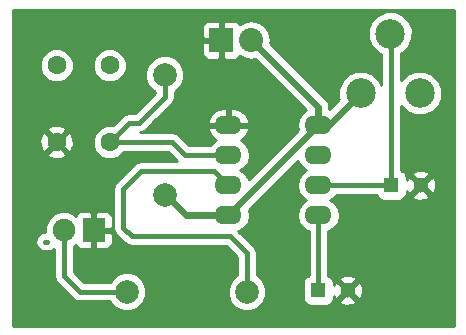
<source format=gbr>
G04 #@! TF.FileFunction,Copper,L2,Bot,Signal*
%FSLAX46Y46*%
G04 Gerber Fmt 4.6, Leading zero omitted, Abs format (unit mm)*
G04 Created by KiCad (PCBNEW 4.0.5+dfsg1-4) date Tue Aug  7 02:14:06 2018*
%MOMM*%
%LPD*%
G01*
G04 APERTURE LIST*
%ADD10C,0.100000*%
%ADD11R,1.300000X1.300000*%
%ADD12C,1.300000*%
%ADD13R,1.900000X2.000000*%
%ADD14C,1.900000*%
%ADD15R,2.032000X2.032000*%
%ADD16O,2.032000X2.032000*%
%ADD17C,1.998980*%
%ADD18C,2.499360*%
%ADD19C,1.600000*%
%ADD20O,2.300000X1.600000*%
%ADD21C,0.400000*%
%ADD22C,0.250000*%
%ADD23C,0.600000*%
%ADD24C,0.254000*%
G04 APERTURE END LIST*
D10*
D11*
X151400000Y-104600000D03*
D12*
X153900000Y-104600000D03*
D11*
X157600000Y-95700000D03*
D12*
X160100000Y-95700000D03*
D13*
X132400000Y-99500000D03*
D14*
X129860000Y-99500000D03*
D15*
X143200000Y-83400000D03*
D16*
X145740000Y-83400000D03*
D17*
X138400000Y-96500000D03*
X138400000Y-86340000D03*
X135200000Y-104700000D03*
X145360000Y-104700000D03*
D18*
X157499360Y-82860640D03*
X159998720Y-87900000D03*
X155000000Y-87900000D03*
D19*
X129250000Y-92050000D03*
X133750000Y-92050000D03*
X129250000Y-85550000D03*
X133750000Y-85550000D03*
D20*
X143800000Y-90600000D03*
X143800000Y-93140000D03*
X143800000Y-95680000D03*
X143800000Y-98220000D03*
X151420000Y-98220000D03*
X151420000Y-95680000D03*
X151420000Y-93140000D03*
X151420000Y-90600000D03*
D21*
X128300000Y-100460000D02*
X128440000Y-100460000D01*
X151420000Y-98220000D02*
X151420000Y-104580000D01*
X151420000Y-104580000D02*
X151400000Y-104600000D01*
D22*
X151420000Y-104580000D02*
X151400000Y-104600000D01*
D21*
X157600000Y-95700000D02*
X157600000Y-82961280D01*
X157600000Y-82961280D02*
X157499360Y-82860640D01*
X157600000Y-95700000D02*
X151440000Y-95700000D01*
X151440000Y-95700000D02*
X151420000Y-95680000D01*
D22*
X157499360Y-82860640D02*
X157499360Y-95599360D01*
X157499360Y-95599360D02*
X157600000Y-95700000D01*
X151440000Y-95700000D02*
X151420000Y-95680000D01*
D21*
X129860000Y-99500000D02*
X129860000Y-103360000D01*
X131200000Y-104700000D02*
X135200000Y-104700000D01*
X129860000Y-103360000D02*
X131200000Y-104700000D01*
D23*
X138400000Y-96500000D02*
X138500000Y-96500000D01*
X138500000Y-96500000D02*
X140220000Y-98220000D01*
X140220000Y-98220000D02*
X143800000Y-98220000D01*
X143800000Y-98220000D02*
X151420000Y-90600000D01*
X151420000Y-90600000D02*
X152300000Y-90600000D01*
X152300000Y-90600000D02*
X155000000Y-87900000D01*
X151420000Y-90600000D02*
X151420000Y-89080000D01*
X151420000Y-89080000D02*
X145740000Y-83400000D01*
D22*
X155000000Y-87900000D02*
X154120000Y-87900000D01*
D21*
X138400000Y-86340000D02*
X138400000Y-88200000D01*
X135400000Y-90400000D02*
X133750000Y-92050000D01*
X136200000Y-90400000D02*
X135400000Y-90400000D01*
X138400000Y-88200000D02*
X136200000Y-90400000D01*
X133750000Y-92050000D02*
X139050000Y-92050000D01*
X140140000Y-93140000D02*
X143800000Y-93140000D01*
X139050000Y-92050000D02*
X140140000Y-93140000D01*
X143800000Y-93140000D02*
X143500000Y-93140000D01*
X145360000Y-104700000D02*
X145360000Y-101460000D01*
X142620000Y-94500000D02*
X143800000Y-95680000D01*
X136400000Y-94500000D02*
X142620000Y-94500000D01*
X134900000Y-96000000D02*
X136400000Y-94500000D01*
X134900000Y-99300000D02*
X134900000Y-96000000D01*
X135600000Y-100000000D02*
X134900000Y-99300000D01*
X143900000Y-100000000D02*
X135600000Y-100000000D01*
X145360000Y-101460000D02*
X143900000Y-100000000D01*
D24*
G36*
X162873000Y-107573000D02*
X125527000Y-107573000D01*
X125527000Y-100460000D01*
X127465000Y-100460000D01*
X127528561Y-100779541D01*
X127709566Y-101050434D01*
X127980459Y-101231439D01*
X128300000Y-101295000D01*
X128440000Y-101295000D01*
X128759541Y-101231439D01*
X129025000Y-101054065D01*
X129025000Y-103360000D01*
X129088561Y-103679541D01*
X129182413Y-103820000D01*
X129269566Y-103950434D01*
X130609566Y-105290434D01*
X130880459Y-105471439D01*
X131200000Y-105535000D01*
X133776493Y-105535000D01*
X133813538Y-105624655D01*
X134272927Y-106084846D01*
X134873453Y-106334206D01*
X135523694Y-106334774D01*
X136124655Y-106086462D01*
X136584846Y-105627073D01*
X136834206Y-105026547D01*
X136834774Y-104376306D01*
X136586462Y-103775345D01*
X136127073Y-103315154D01*
X135526547Y-103065794D01*
X134876306Y-103065226D01*
X134275345Y-103313538D01*
X133815154Y-103772927D01*
X133776922Y-103865000D01*
X131545868Y-103865000D01*
X130695000Y-103014132D01*
X130695000Y-100869957D01*
X130756657Y-100844481D01*
X130861867Y-100739455D01*
X130911673Y-100859698D01*
X131090301Y-101038327D01*
X131323690Y-101135000D01*
X132114250Y-101135000D01*
X132273000Y-100976250D01*
X132273000Y-99627000D01*
X132527000Y-99627000D01*
X132527000Y-100976250D01*
X132685750Y-101135000D01*
X133476310Y-101135000D01*
X133709699Y-101038327D01*
X133888327Y-100859698D01*
X133985000Y-100626309D01*
X133985000Y-99785750D01*
X133826250Y-99627000D01*
X132527000Y-99627000D01*
X132273000Y-99627000D01*
X132253000Y-99627000D01*
X132253000Y-99373000D01*
X132273000Y-99373000D01*
X132273000Y-98023750D01*
X132527000Y-98023750D01*
X132527000Y-99373000D01*
X133826250Y-99373000D01*
X133985000Y-99214250D01*
X133985000Y-98373691D01*
X133888327Y-98140302D01*
X133709699Y-97961673D01*
X133476310Y-97865000D01*
X132685750Y-97865000D01*
X132527000Y-98023750D01*
X132273000Y-98023750D01*
X132114250Y-97865000D01*
X131323690Y-97865000D01*
X131090301Y-97961673D01*
X130911673Y-98140302D01*
X130861988Y-98260251D01*
X130759003Y-98157086D01*
X130176659Y-97915276D01*
X129546107Y-97914725D01*
X128963343Y-98155519D01*
X128517086Y-98600997D01*
X128275276Y-99183341D01*
X128274886Y-99629996D01*
X127980459Y-99688561D01*
X127709566Y-99869566D01*
X127528561Y-100140459D01*
X127465000Y-100460000D01*
X125527000Y-100460000D01*
X125527000Y-93057745D01*
X128421861Y-93057745D01*
X128495995Y-93303864D01*
X129033223Y-93496965D01*
X129603454Y-93469778D01*
X130004005Y-93303864D01*
X130078139Y-93057745D01*
X129250000Y-92229605D01*
X128421861Y-93057745D01*
X125527000Y-93057745D01*
X125527000Y-91833223D01*
X127803035Y-91833223D01*
X127830222Y-92403454D01*
X127996136Y-92804005D01*
X128242255Y-92878139D01*
X129070395Y-92050000D01*
X129429605Y-92050000D01*
X130257745Y-92878139D01*
X130503864Y-92804005D01*
X130672735Y-92334187D01*
X132314752Y-92334187D01*
X132532757Y-92861800D01*
X132936077Y-93265824D01*
X133463309Y-93484750D01*
X134034187Y-93485248D01*
X134561800Y-93267243D01*
X134944710Y-92885000D01*
X138704132Y-92885000D01*
X139484132Y-93665000D01*
X136400000Y-93665000D01*
X136080459Y-93728561D01*
X135809566Y-93909566D01*
X134309566Y-95409566D01*
X134128561Y-95680459D01*
X134065000Y-96000000D01*
X134065000Y-99300000D01*
X134128561Y-99619541D01*
X134258423Y-99813893D01*
X134309566Y-99890434D01*
X135009565Y-100590434D01*
X135145013Y-100680937D01*
X135280459Y-100771439D01*
X135600000Y-100835000D01*
X143554132Y-100835000D01*
X144525000Y-101805868D01*
X144525000Y-103276493D01*
X144435345Y-103313538D01*
X143975154Y-103772927D01*
X143725794Y-104373453D01*
X143725226Y-105023694D01*
X143973538Y-105624655D01*
X144432927Y-106084846D01*
X145033453Y-106334206D01*
X145683694Y-106334774D01*
X146284655Y-106086462D01*
X146744846Y-105627073D01*
X146994206Y-105026547D01*
X146994774Y-104376306D01*
X146746462Y-103775345D01*
X146287073Y-103315154D01*
X146195000Y-103276922D01*
X146195000Y-101460000D01*
X146131439Y-101140459D01*
X145950434Y-100869566D01*
X144644468Y-99563600D01*
X144734121Y-99545767D01*
X145199668Y-99234698D01*
X145510737Y-98769151D01*
X145619970Y-98220000D01*
X145537400Y-97804890D01*
X149699951Y-93642339D01*
X149709263Y-93689151D01*
X150020332Y-94154698D01*
X150402418Y-94410000D01*
X150020332Y-94665302D01*
X149709263Y-95130849D01*
X149600030Y-95680000D01*
X149709263Y-96229151D01*
X150020332Y-96694698D01*
X150402418Y-96950000D01*
X150020332Y-97205302D01*
X149709263Y-97670849D01*
X149600030Y-98220000D01*
X149709263Y-98769151D01*
X150020332Y-99234698D01*
X150485879Y-99545767D01*
X150585000Y-99565483D01*
X150585000Y-103333607D01*
X150514683Y-103346838D01*
X150298559Y-103485910D01*
X150153569Y-103698110D01*
X150102560Y-103950000D01*
X150102560Y-105250000D01*
X150146838Y-105485317D01*
X150285910Y-105701441D01*
X150498110Y-105846431D01*
X150750000Y-105897440D01*
X152050000Y-105897440D01*
X152285317Y-105853162D01*
X152501441Y-105714090D01*
X152646431Y-105501890D01*
X152647012Y-105499016D01*
X153180590Y-105499016D01*
X153236271Y-105729611D01*
X153719078Y-105897622D01*
X154229428Y-105868083D01*
X154563729Y-105729611D01*
X154619410Y-105499016D01*
X153900000Y-104779605D01*
X153180590Y-105499016D01*
X152647012Y-105499016D01*
X152697440Y-105250000D01*
X152697440Y-105087615D01*
X152770389Y-105263729D01*
X153000984Y-105319410D01*
X153720395Y-104600000D01*
X154079605Y-104600000D01*
X154799016Y-105319410D01*
X155029611Y-105263729D01*
X155197622Y-104780922D01*
X155168083Y-104270572D01*
X155029611Y-103936271D01*
X154799016Y-103880590D01*
X154079605Y-104600000D01*
X153720395Y-104600000D01*
X153000984Y-103880590D01*
X152770389Y-103936271D01*
X152697440Y-104145902D01*
X152697440Y-103950000D01*
X152653162Y-103714683D01*
X152644347Y-103700984D01*
X153180590Y-103700984D01*
X153900000Y-104420395D01*
X154619410Y-103700984D01*
X154563729Y-103470389D01*
X154080922Y-103302378D01*
X153570572Y-103331917D01*
X153236271Y-103470389D01*
X153180590Y-103700984D01*
X152644347Y-103700984D01*
X152514090Y-103498559D01*
X152301890Y-103353569D01*
X152255000Y-103344074D01*
X152255000Y-99565483D01*
X152354121Y-99545767D01*
X152819668Y-99234698D01*
X153130737Y-98769151D01*
X153239970Y-98220000D01*
X153130737Y-97670849D01*
X152819668Y-97205302D01*
X152437582Y-96950000D01*
X152819668Y-96694698D01*
X152926375Y-96535000D01*
X156337370Y-96535000D01*
X156346838Y-96585317D01*
X156485910Y-96801441D01*
X156698110Y-96946431D01*
X156950000Y-96997440D01*
X158250000Y-96997440D01*
X158485317Y-96953162D01*
X158701441Y-96814090D01*
X158846431Y-96601890D01*
X158847012Y-96599016D01*
X159380590Y-96599016D01*
X159436271Y-96829611D01*
X159919078Y-96997622D01*
X160429428Y-96968083D01*
X160763729Y-96829611D01*
X160819410Y-96599016D01*
X160100000Y-95879605D01*
X159380590Y-96599016D01*
X158847012Y-96599016D01*
X158897440Y-96350000D01*
X158897440Y-96187615D01*
X158970389Y-96363729D01*
X159200984Y-96419410D01*
X159920395Y-95700000D01*
X160279605Y-95700000D01*
X160999016Y-96419410D01*
X161229611Y-96363729D01*
X161397622Y-95880922D01*
X161368083Y-95370572D01*
X161229611Y-95036271D01*
X160999016Y-94980590D01*
X160279605Y-95700000D01*
X159920395Y-95700000D01*
X159200984Y-94980590D01*
X158970389Y-95036271D01*
X158897440Y-95245902D01*
X158897440Y-95050000D01*
X158853162Y-94814683D01*
X158844347Y-94800984D01*
X159380590Y-94800984D01*
X160100000Y-95520395D01*
X160819410Y-94800984D01*
X160763729Y-94570389D01*
X160280922Y-94402378D01*
X159770572Y-94431917D01*
X159436271Y-94570389D01*
X159380590Y-94800984D01*
X158844347Y-94800984D01*
X158714090Y-94598559D01*
X158501890Y-94453569D01*
X158435000Y-94440023D01*
X158435000Y-89001218D01*
X158929741Y-89496822D01*
X159622189Y-89784352D01*
X160371961Y-89785006D01*
X161064911Y-89498686D01*
X161595542Y-88968979D01*
X161883072Y-88276531D01*
X161883726Y-87526759D01*
X161597406Y-86833809D01*
X161067699Y-86303178D01*
X160375251Y-86015648D01*
X159625479Y-86014994D01*
X158932529Y-86301314D01*
X158435000Y-86797977D01*
X158435000Y-84513268D01*
X158565551Y-84459326D01*
X159096182Y-83929619D01*
X159383712Y-83237171D01*
X159384366Y-82487399D01*
X159098046Y-81794449D01*
X158568339Y-81263818D01*
X157875891Y-80976288D01*
X157126119Y-80975634D01*
X156433169Y-81261954D01*
X155902538Y-81791661D01*
X155615008Y-82484109D01*
X155614354Y-83233881D01*
X155900674Y-83926831D01*
X156430381Y-84457462D01*
X156739360Y-84585761D01*
X156739360Y-87174267D01*
X156598686Y-86833809D01*
X156068979Y-86303178D01*
X155376531Y-86015648D01*
X154626759Y-86014994D01*
X153933809Y-86301314D01*
X153403178Y-86831021D01*
X153115648Y-87523469D01*
X153114994Y-88273241D01*
X153170393Y-88407317D01*
X152355000Y-89222710D01*
X152355000Y-89080000D01*
X152283827Y-88722191D01*
X152081145Y-88418855D01*
X147341830Y-83679540D01*
X147391000Y-83432345D01*
X147391000Y-83367655D01*
X147265325Y-82735845D01*
X146907433Y-82200222D01*
X146371810Y-81842330D01*
X145740000Y-81716655D01*
X145108190Y-81842330D01*
X144771999Y-82066966D01*
X144754327Y-82024302D01*
X144575699Y-81845673D01*
X144342310Y-81749000D01*
X143485750Y-81749000D01*
X143327000Y-81907750D01*
X143327000Y-83273000D01*
X143347000Y-83273000D01*
X143347000Y-83527000D01*
X143327000Y-83527000D01*
X143327000Y-84892250D01*
X143485750Y-85051000D01*
X144342310Y-85051000D01*
X144575699Y-84954327D01*
X144754327Y-84775698D01*
X144771999Y-84733034D01*
X145108190Y-84957670D01*
X145740000Y-85083345D01*
X146041152Y-85023442D01*
X150369623Y-89351913D01*
X150020332Y-89585302D01*
X149709263Y-90050849D01*
X149600030Y-90600000D01*
X149682600Y-91015110D01*
X145520049Y-95177661D01*
X145510737Y-95130849D01*
X145199668Y-94665302D01*
X144817582Y-94410000D01*
X145199668Y-94154698D01*
X145510737Y-93689151D01*
X145619970Y-93140000D01*
X145510737Y-92590849D01*
X145199668Y-92125302D01*
X144821849Y-91872851D01*
X145254500Y-91524896D01*
X145524367Y-91031819D01*
X145541904Y-90949039D01*
X145419915Y-90727000D01*
X143927000Y-90727000D01*
X143927000Y-90747000D01*
X143673000Y-90747000D01*
X143673000Y-90727000D01*
X142180085Y-90727000D01*
X142058096Y-90949039D01*
X142075633Y-91031819D01*
X142345500Y-91524896D01*
X142778151Y-91872851D01*
X142400332Y-92125302D01*
X142280261Y-92305000D01*
X140485868Y-92305000D01*
X139640434Y-91459566D01*
X139369541Y-91278561D01*
X139050000Y-91215000D01*
X136300546Y-91215000D01*
X136519541Y-91171439D01*
X136790434Y-90990434D01*
X137529907Y-90250961D01*
X142058096Y-90250961D01*
X142180085Y-90473000D01*
X143673000Y-90473000D01*
X143673000Y-89165000D01*
X143927000Y-89165000D01*
X143927000Y-90473000D01*
X145419915Y-90473000D01*
X145541904Y-90250961D01*
X145524367Y-90168181D01*
X145254500Y-89675104D01*
X144816483Y-89322834D01*
X144277000Y-89165000D01*
X143927000Y-89165000D01*
X143673000Y-89165000D01*
X143323000Y-89165000D01*
X142783517Y-89322834D01*
X142345500Y-89675104D01*
X142075633Y-90168181D01*
X142058096Y-90250961D01*
X137529907Y-90250961D01*
X138990434Y-88790434D01*
X139171439Y-88519541D01*
X139235000Y-88200000D01*
X139235000Y-87763507D01*
X139324655Y-87726462D01*
X139784846Y-87267073D01*
X140034206Y-86666547D01*
X140034774Y-86016306D01*
X139786462Y-85415345D01*
X139327073Y-84955154D01*
X138726547Y-84705794D01*
X138076306Y-84705226D01*
X137475345Y-84953538D01*
X137015154Y-85412927D01*
X136765794Y-86013453D01*
X136765226Y-86663694D01*
X137013538Y-87264655D01*
X137472927Y-87724846D01*
X137565000Y-87763078D01*
X137565000Y-87854132D01*
X135854132Y-89565000D01*
X135400000Y-89565000D01*
X135080459Y-89628561D01*
X134846323Y-89785006D01*
X134809566Y-89809566D01*
X134003911Y-90615221D01*
X133465813Y-90614752D01*
X132938200Y-90832757D01*
X132534176Y-91236077D01*
X132315250Y-91763309D01*
X132314752Y-92334187D01*
X130672735Y-92334187D01*
X130696965Y-92266777D01*
X130669778Y-91696546D01*
X130503864Y-91295995D01*
X130257745Y-91221861D01*
X129429605Y-92050000D01*
X129070395Y-92050000D01*
X128242255Y-91221861D01*
X127996136Y-91295995D01*
X127803035Y-91833223D01*
X125527000Y-91833223D01*
X125527000Y-91042255D01*
X128421861Y-91042255D01*
X129250000Y-91870395D01*
X130078139Y-91042255D01*
X130004005Y-90796136D01*
X129466777Y-90603035D01*
X128896546Y-90630222D01*
X128495995Y-90796136D01*
X128421861Y-91042255D01*
X125527000Y-91042255D01*
X125527000Y-85834187D01*
X127814752Y-85834187D01*
X128032757Y-86361800D01*
X128436077Y-86765824D01*
X128963309Y-86984750D01*
X129534187Y-86985248D01*
X130061800Y-86767243D01*
X130465824Y-86363923D01*
X130684750Y-85836691D01*
X130684752Y-85834187D01*
X132314752Y-85834187D01*
X132532757Y-86361800D01*
X132936077Y-86765824D01*
X133463309Y-86984750D01*
X134034187Y-86985248D01*
X134561800Y-86767243D01*
X134965824Y-86363923D01*
X135184750Y-85836691D01*
X135185248Y-85265813D01*
X134967243Y-84738200D01*
X134563923Y-84334176D01*
X134036691Y-84115250D01*
X133465813Y-84114752D01*
X132938200Y-84332757D01*
X132534176Y-84736077D01*
X132315250Y-85263309D01*
X132314752Y-85834187D01*
X130684752Y-85834187D01*
X130685248Y-85265813D01*
X130467243Y-84738200D01*
X130063923Y-84334176D01*
X129536691Y-84115250D01*
X128965813Y-84114752D01*
X128438200Y-84332757D01*
X128034176Y-84736077D01*
X127815250Y-85263309D01*
X127814752Y-85834187D01*
X125527000Y-85834187D01*
X125527000Y-83685750D01*
X141549000Y-83685750D01*
X141549000Y-84542309D01*
X141645673Y-84775698D01*
X141824301Y-84954327D01*
X142057690Y-85051000D01*
X142914250Y-85051000D01*
X143073000Y-84892250D01*
X143073000Y-83527000D01*
X141707750Y-83527000D01*
X141549000Y-83685750D01*
X125527000Y-83685750D01*
X125527000Y-82257691D01*
X141549000Y-82257691D01*
X141549000Y-83114250D01*
X141707750Y-83273000D01*
X143073000Y-83273000D01*
X143073000Y-81907750D01*
X142914250Y-81749000D01*
X142057690Y-81749000D01*
X141824301Y-81845673D01*
X141645673Y-82024302D01*
X141549000Y-82257691D01*
X125527000Y-82257691D01*
X125527000Y-80827000D01*
X162873000Y-80827000D01*
X162873000Y-107573000D01*
X162873000Y-107573000D01*
G37*
X162873000Y-107573000D02*
X125527000Y-107573000D01*
X125527000Y-100460000D01*
X127465000Y-100460000D01*
X127528561Y-100779541D01*
X127709566Y-101050434D01*
X127980459Y-101231439D01*
X128300000Y-101295000D01*
X128440000Y-101295000D01*
X128759541Y-101231439D01*
X129025000Y-101054065D01*
X129025000Y-103360000D01*
X129088561Y-103679541D01*
X129182413Y-103820000D01*
X129269566Y-103950434D01*
X130609566Y-105290434D01*
X130880459Y-105471439D01*
X131200000Y-105535000D01*
X133776493Y-105535000D01*
X133813538Y-105624655D01*
X134272927Y-106084846D01*
X134873453Y-106334206D01*
X135523694Y-106334774D01*
X136124655Y-106086462D01*
X136584846Y-105627073D01*
X136834206Y-105026547D01*
X136834774Y-104376306D01*
X136586462Y-103775345D01*
X136127073Y-103315154D01*
X135526547Y-103065794D01*
X134876306Y-103065226D01*
X134275345Y-103313538D01*
X133815154Y-103772927D01*
X133776922Y-103865000D01*
X131545868Y-103865000D01*
X130695000Y-103014132D01*
X130695000Y-100869957D01*
X130756657Y-100844481D01*
X130861867Y-100739455D01*
X130911673Y-100859698D01*
X131090301Y-101038327D01*
X131323690Y-101135000D01*
X132114250Y-101135000D01*
X132273000Y-100976250D01*
X132273000Y-99627000D01*
X132527000Y-99627000D01*
X132527000Y-100976250D01*
X132685750Y-101135000D01*
X133476310Y-101135000D01*
X133709699Y-101038327D01*
X133888327Y-100859698D01*
X133985000Y-100626309D01*
X133985000Y-99785750D01*
X133826250Y-99627000D01*
X132527000Y-99627000D01*
X132273000Y-99627000D01*
X132253000Y-99627000D01*
X132253000Y-99373000D01*
X132273000Y-99373000D01*
X132273000Y-98023750D01*
X132527000Y-98023750D01*
X132527000Y-99373000D01*
X133826250Y-99373000D01*
X133985000Y-99214250D01*
X133985000Y-98373691D01*
X133888327Y-98140302D01*
X133709699Y-97961673D01*
X133476310Y-97865000D01*
X132685750Y-97865000D01*
X132527000Y-98023750D01*
X132273000Y-98023750D01*
X132114250Y-97865000D01*
X131323690Y-97865000D01*
X131090301Y-97961673D01*
X130911673Y-98140302D01*
X130861988Y-98260251D01*
X130759003Y-98157086D01*
X130176659Y-97915276D01*
X129546107Y-97914725D01*
X128963343Y-98155519D01*
X128517086Y-98600997D01*
X128275276Y-99183341D01*
X128274886Y-99629996D01*
X127980459Y-99688561D01*
X127709566Y-99869566D01*
X127528561Y-100140459D01*
X127465000Y-100460000D01*
X125527000Y-100460000D01*
X125527000Y-93057745D01*
X128421861Y-93057745D01*
X128495995Y-93303864D01*
X129033223Y-93496965D01*
X129603454Y-93469778D01*
X130004005Y-93303864D01*
X130078139Y-93057745D01*
X129250000Y-92229605D01*
X128421861Y-93057745D01*
X125527000Y-93057745D01*
X125527000Y-91833223D01*
X127803035Y-91833223D01*
X127830222Y-92403454D01*
X127996136Y-92804005D01*
X128242255Y-92878139D01*
X129070395Y-92050000D01*
X129429605Y-92050000D01*
X130257745Y-92878139D01*
X130503864Y-92804005D01*
X130672735Y-92334187D01*
X132314752Y-92334187D01*
X132532757Y-92861800D01*
X132936077Y-93265824D01*
X133463309Y-93484750D01*
X134034187Y-93485248D01*
X134561800Y-93267243D01*
X134944710Y-92885000D01*
X138704132Y-92885000D01*
X139484132Y-93665000D01*
X136400000Y-93665000D01*
X136080459Y-93728561D01*
X135809566Y-93909566D01*
X134309566Y-95409566D01*
X134128561Y-95680459D01*
X134065000Y-96000000D01*
X134065000Y-99300000D01*
X134128561Y-99619541D01*
X134258423Y-99813893D01*
X134309566Y-99890434D01*
X135009565Y-100590434D01*
X135145013Y-100680937D01*
X135280459Y-100771439D01*
X135600000Y-100835000D01*
X143554132Y-100835000D01*
X144525000Y-101805868D01*
X144525000Y-103276493D01*
X144435345Y-103313538D01*
X143975154Y-103772927D01*
X143725794Y-104373453D01*
X143725226Y-105023694D01*
X143973538Y-105624655D01*
X144432927Y-106084846D01*
X145033453Y-106334206D01*
X145683694Y-106334774D01*
X146284655Y-106086462D01*
X146744846Y-105627073D01*
X146994206Y-105026547D01*
X146994774Y-104376306D01*
X146746462Y-103775345D01*
X146287073Y-103315154D01*
X146195000Y-103276922D01*
X146195000Y-101460000D01*
X146131439Y-101140459D01*
X145950434Y-100869566D01*
X144644468Y-99563600D01*
X144734121Y-99545767D01*
X145199668Y-99234698D01*
X145510737Y-98769151D01*
X145619970Y-98220000D01*
X145537400Y-97804890D01*
X149699951Y-93642339D01*
X149709263Y-93689151D01*
X150020332Y-94154698D01*
X150402418Y-94410000D01*
X150020332Y-94665302D01*
X149709263Y-95130849D01*
X149600030Y-95680000D01*
X149709263Y-96229151D01*
X150020332Y-96694698D01*
X150402418Y-96950000D01*
X150020332Y-97205302D01*
X149709263Y-97670849D01*
X149600030Y-98220000D01*
X149709263Y-98769151D01*
X150020332Y-99234698D01*
X150485879Y-99545767D01*
X150585000Y-99565483D01*
X150585000Y-103333607D01*
X150514683Y-103346838D01*
X150298559Y-103485910D01*
X150153569Y-103698110D01*
X150102560Y-103950000D01*
X150102560Y-105250000D01*
X150146838Y-105485317D01*
X150285910Y-105701441D01*
X150498110Y-105846431D01*
X150750000Y-105897440D01*
X152050000Y-105897440D01*
X152285317Y-105853162D01*
X152501441Y-105714090D01*
X152646431Y-105501890D01*
X152647012Y-105499016D01*
X153180590Y-105499016D01*
X153236271Y-105729611D01*
X153719078Y-105897622D01*
X154229428Y-105868083D01*
X154563729Y-105729611D01*
X154619410Y-105499016D01*
X153900000Y-104779605D01*
X153180590Y-105499016D01*
X152647012Y-105499016D01*
X152697440Y-105250000D01*
X152697440Y-105087615D01*
X152770389Y-105263729D01*
X153000984Y-105319410D01*
X153720395Y-104600000D01*
X154079605Y-104600000D01*
X154799016Y-105319410D01*
X155029611Y-105263729D01*
X155197622Y-104780922D01*
X155168083Y-104270572D01*
X155029611Y-103936271D01*
X154799016Y-103880590D01*
X154079605Y-104600000D01*
X153720395Y-104600000D01*
X153000984Y-103880590D01*
X152770389Y-103936271D01*
X152697440Y-104145902D01*
X152697440Y-103950000D01*
X152653162Y-103714683D01*
X152644347Y-103700984D01*
X153180590Y-103700984D01*
X153900000Y-104420395D01*
X154619410Y-103700984D01*
X154563729Y-103470389D01*
X154080922Y-103302378D01*
X153570572Y-103331917D01*
X153236271Y-103470389D01*
X153180590Y-103700984D01*
X152644347Y-103700984D01*
X152514090Y-103498559D01*
X152301890Y-103353569D01*
X152255000Y-103344074D01*
X152255000Y-99565483D01*
X152354121Y-99545767D01*
X152819668Y-99234698D01*
X153130737Y-98769151D01*
X153239970Y-98220000D01*
X153130737Y-97670849D01*
X152819668Y-97205302D01*
X152437582Y-96950000D01*
X152819668Y-96694698D01*
X152926375Y-96535000D01*
X156337370Y-96535000D01*
X156346838Y-96585317D01*
X156485910Y-96801441D01*
X156698110Y-96946431D01*
X156950000Y-96997440D01*
X158250000Y-96997440D01*
X158485317Y-96953162D01*
X158701441Y-96814090D01*
X158846431Y-96601890D01*
X158847012Y-96599016D01*
X159380590Y-96599016D01*
X159436271Y-96829611D01*
X159919078Y-96997622D01*
X160429428Y-96968083D01*
X160763729Y-96829611D01*
X160819410Y-96599016D01*
X160100000Y-95879605D01*
X159380590Y-96599016D01*
X158847012Y-96599016D01*
X158897440Y-96350000D01*
X158897440Y-96187615D01*
X158970389Y-96363729D01*
X159200984Y-96419410D01*
X159920395Y-95700000D01*
X160279605Y-95700000D01*
X160999016Y-96419410D01*
X161229611Y-96363729D01*
X161397622Y-95880922D01*
X161368083Y-95370572D01*
X161229611Y-95036271D01*
X160999016Y-94980590D01*
X160279605Y-95700000D01*
X159920395Y-95700000D01*
X159200984Y-94980590D01*
X158970389Y-95036271D01*
X158897440Y-95245902D01*
X158897440Y-95050000D01*
X158853162Y-94814683D01*
X158844347Y-94800984D01*
X159380590Y-94800984D01*
X160100000Y-95520395D01*
X160819410Y-94800984D01*
X160763729Y-94570389D01*
X160280922Y-94402378D01*
X159770572Y-94431917D01*
X159436271Y-94570389D01*
X159380590Y-94800984D01*
X158844347Y-94800984D01*
X158714090Y-94598559D01*
X158501890Y-94453569D01*
X158435000Y-94440023D01*
X158435000Y-89001218D01*
X158929741Y-89496822D01*
X159622189Y-89784352D01*
X160371961Y-89785006D01*
X161064911Y-89498686D01*
X161595542Y-88968979D01*
X161883072Y-88276531D01*
X161883726Y-87526759D01*
X161597406Y-86833809D01*
X161067699Y-86303178D01*
X160375251Y-86015648D01*
X159625479Y-86014994D01*
X158932529Y-86301314D01*
X158435000Y-86797977D01*
X158435000Y-84513268D01*
X158565551Y-84459326D01*
X159096182Y-83929619D01*
X159383712Y-83237171D01*
X159384366Y-82487399D01*
X159098046Y-81794449D01*
X158568339Y-81263818D01*
X157875891Y-80976288D01*
X157126119Y-80975634D01*
X156433169Y-81261954D01*
X155902538Y-81791661D01*
X155615008Y-82484109D01*
X155614354Y-83233881D01*
X155900674Y-83926831D01*
X156430381Y-84457462D01*
X156739360Y-84585761D01*
X156739360Y-87174267D01*
X156598686Y-86833809D01*
X156068979Y-86303178D01*
X155376531Y-86015648D01*
X154626759Y-86014994D01*
X153933809Y-86301314D01*
X153403178Y-86831021D01*
X153115648Y-87523469D01*
X153114994Y-88273241D01*
X153170393Y-88407317D01*
X152355000Y-89222710D01*
X152355000Y-89080000D01*
X152283827Y-88722191D01*
X152081145Y-88418855D01*
X147341830Y-83679540D01*
X147391000Y-83432345D01*
X147391000Y-83367655D01*
X147265325Y-82735845D01*
X146907433Y-82200222D01*
X146371810Y-81842330D01*
X145740000Y-81716655D01*
X145108190Y-81842330D01*
X144771999Y-82066966D01*
X144754327Y-82024302D01*
X144575699Y-81845673D01*
X144342310Y-81749000D01*
X143485750Y-81749000D01*
X143327000Y-81907750D01*
X143327000Y-83273000D01*
X143347000Y-83273000D01*
X143347000Y-83527000D01*
X143327000Y-83527000D01*
X143327000Y-84892250D01*
X143485750Y-85051000D01*
X144342310Y-85051000D01*
X144575699Y-84954327D01*
X144754327Y-84775698D01*
X144771999Y-84733034D01*
X145108190Y-84957670D01*
X145740000Y-85083345D01*
X146041152Y-85023442D01*
X150369623Y-89351913D01*
X150020332Y-89585302D01*
X149709263Y-90050849D01*
X149600030Y-90600000D01*
X149682600Y-91015110D01*
X145520049Y-95177661D01*
X145510737Y-95130849D01*
X145199668Y-94665302D01*
X144817582Y-94410000D01*
X145199668Y-94154698D01*
X145510737Y-93689151D01*
X145619970Y-93140000D01*
X145510737Y-92590849D01*
X145199668Y-92125302D01*
X144821849Y-91872851D01*
X145254500Y-91524896D01*
X145524367Y-91031819D01*
X145541904Y-90949039D01*
X145419915Y-90727000D01*
X143927000Y-90727000D01*
X143927000Y-90747000D01*
X143673000Y-90747000D01*
X143673000Y-90727000D01*
X142180085Y-90727000D01*
X142058096Y-90949039D01*
X142075633Y-91031819D01*
X142345500Y-91524896D01*
X142778151Y-91872851D01*
X142400332Y-92125302D01*
X142280261Y-92305000D01*
X140485868Y-92305000D01*
X139640434Y-91459566D01*
X139369541Y-91278561D01*
X139050000Y-91215000D01*
X136300546Y-91215000D01*
X136519541Y-91171439D01*
X136790434Y-90990434D01*
X137529907Y-90250961D01*
X142058096Y-90250961D01*
X142180085Y-90473000D01*
X143673000Y-90473000D01*
X143673000Y-89165000D01*
X143927000Y-89165000D01*
X143927000Y-90473000D01*
X145419915Y-90473000D01*
X145541904Y-90250961D01*
X145524367Y-90168181D01*
X145254500Y-89675104D01*
X144816483Y-89322834D01*
X144277000Y-89165000D01*
X143927000Y-89165000D01*
X143673000Y-89165000D01*
X143323000Y-89165000D01*
X142783517Y-89322834D01*
X142345500Y-89675104D01*
X142075633Y-90168181D01*
X142058096Y-90250961D01*
X137529907Y-90250961D01*
X138990434Y-88790434D01*
X139171439Y-88519541D01*
X139235000Y-88200000D01*
X139235000Y-87763507D01*
X139324655Y-87726462D01*
X139784846Y-87267073D01*
X140034206Y-86666547D01*
X140034774Y-86016306D01*
X139786462Y-85415345D01*
X139327073Y-84955154D01*
X138726547Y-84705794D01*
X138076306Y-84705226D01*
X137475345Y-84953538D01*
X137015154Y-85412927D01*
X136765794Y-86013453D01*
X136765226Y-86663694D01*
X137013538Y-87264655D01*
X137472927Y-87724846D01*
X137565000Y-87763078D01*
X137565000Y-87854132D01*
X135854132Y-89565000D01*
X135400000Y-89565000D01*
X135080459Y-89628561D01*
X134846323Y-89785006D01*
X134809566Y-89809566D01*
X134003911Y-90615221D01*
X133465813Y-90614752D01*
X132938200Y-90832757D01*
X132534176Y-91236077D01*
X132315250Y-91763309D01*
X132314752Y-92334187D01*
X130672735Y-92334187D01*
X130696965Y-92266777D01*
X130669778Y-91696546D01*
X130503864Y-91295995D01*
X130257745Y-91221861D01*
X129429605Y-92050000D01*
X129070395Y-92050000D01*
X128242255Y-91221861D01*
X127996136Y-91295995D01*
X127803035Y-91833223D01*
X125527000Y-91833223D01*
X125527000Y-91042255D01*
X128421861Y-91042255D01*
X129250000Y-91870395D01*
X130078139Y-91042255D01*
X130004005Y-90796136D01*
X129466777Y-90603035D01*
X128896546Y-90630222D01*
X128495995Y-90796136D01*
X128421861Y-91042255D01*
X125527000Y-91042255D01*
X125527000Y-85834187D01*
X127814752Y-85834187D01*
X128032757Y-86361800D01*
X128436077Y-86765824D01*
X128963309Y-86984750D01*
X129534187Y-86985248D01*
X130061800Y-86767243D01*
X130465824Y-86363923D01*
X130684750Y-85836691D01*
X130684752Y-85834187D01*
X132314752Y-85834187D01*
X132532757Y-86361800D01*
X132936077Y-86765824D01*
X133463309Y-86984750D01*
X134034187Y-86985248D01*
X134561800Y-86767243D01*
X134965824Y-86363923D01*
X135184750Y-85836691D01*
X135185248Y-85265813D01*
X134967243Y-84738200D01*
X134563923Y-84334176D01*
X134036691Y-84115250D01*
X133465813Y-84114752D01*
X132938200Y-84332757D01*
X132534176Y-84736077D01*
X132315250Y-85263309D01*
X132314752Y-85834187D01*
X130684752Y-85834187D01*
X130685248Y-85265813D01*
X130467243Y-84738200D01*
X130063923Y-84334176D01*
X129536691Y-84115250D01*
X128965813Y-84114752D01*
X128438200Y-84332757D01*
X128034176Y-84736077D01*
X127815250Y-85263309D01*
X127814752Y-85834187D01*
X125527000Y-85834187D01*
X125527000Y-83685750D01*
X141549000Y-83685750D01*
X141549000Y-84542309D01*
X141645673Y-84775698D01*
X141824301Y-84954327D01*
X142057690Y-85051000D01*
X142914250Y-85051000D01*
X143073000Y-84892250D01*
X143073000Y-83527000D01*
X141707750Y-83527000D01*
X141549000Y-83685750D01*
X125527000Y-83685750D01*
X125527000Y-82257691D01*
X141549000Y-82257691D01*
X141549000Y-83114250D01*
X141707750Y-83273000D01*
X143073000Y-83273000D01*
X143073000Y-81907750D01*
X142914250Y-81749000D01*
X142057690Y-81749000D01*
X141824301Y-81845673D01*
X141645673Y-82024302D01*
X141549000Y-82257691D01*
X125527000Y-82257691D01*
X125527000Y-80827000D01*
X162873000Y-80827000D01*
X162873000Y-107573000D01*
M02*

</source>
